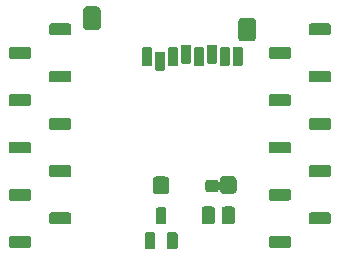
<source format=gts>
G04 #@! TF.GenerationSoftware,KiCad,Pcbnew,(5.1.5-0-10_14)*
G04 #@! TF.CreationDate,2020-04-11T19:26:15-04:00*
G04 #@! TF.ProjectId,crazyflie-usd-spi3,6372617a-7966-46c6-9965-2d7573642d73,rev?*
G04 #@! TF.SameCoordinates,Original*
G04 #@! TF.FileFunction,Soldermask,Top*
G04 #@! TF.FilePolarity,Negative*
%FSLAX46Y46*%
G04 Gerber Fmt 4.6, Leading zero omitted, Abs format (unit mm)*
G04 Created by KiCad (PCBNEW (5.1.5-0-10_14)) date 2020-04-11 19:26:15*
%MOMM*%
%LPD*%
G04 APERTURE LIST*
%ADD10C,0.100000*%
G04 APERTURE END LIST*
D10*
G36*
X149999012Y-76178959D02*
G01*
X150034112Y-76189607D01*
X150066469Y-76206902D01*
X150094826Y-76230174D01*
X150118098Y-76258531D01*
X150135393Y-76290888D01*
X150146041Y-76325988D01*
X150150000Y-76366186D01*
X150150000Y-77433814D01*
X150146041Y-77474012D01*
X150135393Y-77509112D01*
X150118098Y-77541469D01*
X150094826Y-77569826D01*
X150066469Y-77593098D01*
X150034112Y-77610393D01*
X149999012Y-77621041D01*
X149958814Y-77625000D01*
X149441186Y-77625000D01*
X149400988Y-77621041D01*
X149365888Y-77610393D01*
X149333531Y-77593098D01*
X149305174Y-77569826D01*
X149281902Y-77541469D01*
X149264607Y-77509112D01*
X149253959Y-77474012D01*
X149250000Y-77433814D01*
X149250000Y-76366186D01*
X149253959Y-76325988D01*
X149264607Y-76290888D01*
X149281902Y-76258531D01*
X149305174Y-76230174D01*
X149333531Y-76206902D01*
X149365888Y-76189607D01*
X149400988Y-76178959D01*
X149441186Y-76175000D01*
X149958814Y-76175000D01*
X149999012Y-76178959D01*
G37*
G36*
X148099012Y-76178959D02*
G01*
X148134112Y-76189607D01*
X148166469Y-76206902D01*
X148194826Y-76230174D01*
X148218098Y-76258531D01*
X148235393Y-76290888D01*
X148246041Y-76325988D01*
X148250000Y-76366186D01*
X148250000Y-77433814D01*
X148246041Y-77474012D01*
X148235393Y-77509112D01*
X148218098Y-77541469D01*
X148194826Y-77569826D01*
X148166469Y-77593098D01*
X148134112Y-77610393D01*
X148099012Y-77621041D01*
X148058814Y-77625000D01*
X147541186Y-77625000D01*
X147500988Y-77621041D01*
X147465888Y-77610393D01*
X147433531Y-77593098D01*
X147405174Y-77569826D01*
X147381902Y-77541469D01*
X147364607Y-77509112D01*
X147353959Y-77474012D01*
X147350000Y-77433814D01*
X147350000Y-76366186D01*
X147353959Y-76325988D01*
X147364607Y-76290888D01*
X147381902Y-76258531D01*
X147405174Y-76230174D01*
X147433531Y-76206902D01*
X147465888Y-76189607D01*
X147500988Y-76178959D01*
X147541186Y-76175000D01*
X148058814Y-76175000D01*
X148099012Y-76178959D01*
G37*
G36*
X159578887Y-76504439D02*
G01*
X159618680Y-76516510D01*
X159655358Y-76536115D01*
X159687503Y-76562497D01*
X159713885Y-76594642D01*
X159733490Y-76631320D01*
X159745561Y-76671113D01*
X159750000Y-76716186D01*
X159750000Y-77283814D01*
X159745561Y-77328887D01*
X159733490Y-77368680D01*
X159713885Y-77405358D01*
X159687503Y-77437503D01*
X159655358Y-77463885D01*
X159618680Y-77483490D01*
X159578887Y-77495561D01*
X159533814Y-77500000D01*
X158066186Y-77500000D01*
X158021113Y-77495561D01*
X157981320Y-77483490D01*
X157944642Y-77463885D01*
X157912497Y-77437503D01*
X157886115Y-77405358D01*
X157866510Y-77368680D01*
X157854439Y-77328887D01*
X157850000Y-77283814D01*
X157850000Y-76716186D01*
X157854439Y-76671113D01*
X157866510Y-76631320D01*
X157886115Y-76594642D01*
X157912497Y-76562497D01*
X157944642Y-76536115D01*
X157981320Y-76516510D01*
X158021113Y-76504439D01*
X158066186Y-76500000D01*
X159533814Y-76500000D01*
X159578887Y-76504439D01*
G37*
G36*
X137578887Y-76504439D02*
G01*
X137618680Y-76516510D01*
X137655358Y-76536115D01*
X137687503Y-76562497D01*
X137713885Y-76594642D01*
X137733490Y-76631320D01*
X137745561Y-76671113D01*
X137750000Y-76716186D01*
X137750000Y-77283814D01*
X137745561Y-77328887D01*
X137733490Y-77368680D01*
X137713885Y-77405358D01*
X137687503Y-77437503D01*
X137655358Y-77463885D01*
X137618680Y-77483490D01*
X137578887Y-77495561D01*
X137533814Y-77500000D01*
X136066186Y-77500000D01*
X136021113Y-77495561D01*
X135981320Y-77483490D01*
X135944642Y-77463885D01*
X135912497Y-77437503D01*
X135886115Y-77405358D01*
X135866510Y-77368680D01*
X135854439Y-77328887D01*
X135850000Y-77283814D01*
X135850000Y-76716186D01*
X135854439Y-76671113D01*
X135866510Y-76631320D01*
X135886115Y-76594642D01*
X135912497Y-76562497D01*
X135944642Y-76536115D01*
X135981320Y-76516510D01*
X136021113Y-76504439D01*
X136066186Y-76500000D01*
X137533814Y-76500000D01*
X137578887Y-76504439D01*
G37*
G36*
X149049012Y-74078959D02*
G01*
X149084112Y-74089607D01*
X149116469Y-74106902D01*
X149144826Y-74130174D01*
X149168098Y-74158531D01*
X149185393Y-74190888D01*
X149196041Y-74225988D01*
X149200000Y-74266186D01*
X149200000Y-75333814D01*
X149196041Y-75374012D01*
X149185393Y-75409112D01*
X149168098Y-75441469D01*
X149144826Y-75469826D01*
X149116469Y-75493098D01*
X149084112Y-75510393D01*
X149049012Y-75521041D01*
X149008814Y-75525000D01*
X148491186Y-75525000D01*
X148450988Y-75521041D01*
X148415888Y-75510393D01*
X148383531Y-75493098D01*
X148355174Y-75469826D01*
X148331902Y-75441469D01*
X148314607Y-75409112D01*
X148303959Y-75374012D01*
X148300000Y-75333814D01*
X148300000Y-74266186D01*
X148303959Y-74225988D01*
X148314607Y-74190888D01*
X148331902Y-74158531D01*
X148355174Y-74130174D01*
X148383531Y-74106902D01*
X148415888Y-74089607D01*
X148450988Y-74078959D01*
X148491186Y-74075000D01*
X149008814Y-74075000D01*
X149049012Y-74078959D01*
G37*
G36*
X154823700Y-74005160D02*
G01*
X154870536Y-74019367D01*
X154913689Y-74042433D01*
X154951520Y-74073480D01*
X154982567Y-74111311D01*
X155005633Y-74154464D01*
X155019840Y-74201300D01*
X155025000Y-74253686D01*
X155025000Y-75246314D01*
X155019840Y-75298700D01*
X155005633Y-75345536D01*
X154982567Y-75388689D01*
X154951520Y-75426520D01*
X154913689Y-75457567D01*
X154870536Y-75480633D01*
X154823700Y-75494840D01*
X154771314Y-75500000D01*
X154128686Y-75500000D01*
X154076300Y-75494840D01*
X154029464Y-75480633D01*
X153986311Y-75457567D01*
X153948480Y-75426520D01*
X153917433Y-75388689D01*
X153894367Y-75345536D01*
X153880160Y-75298700D01*
X153875000Y-75246314D01*
X153875000Y-74253686D01*
X153880160Y-74201300D01*
X153894367Y-74154464D01*
X153917433Y-74111311D01*
X153948480Y-74073480D01*
X153986311Y-74042433D01*
X154029464Y-74019367D01*
X154076300Y-74005160D01*
X154128686Y-74000000D01*
X154771314Y-74000000D01*
X154823700Y-74005160D01*
G37*
G36*
X153123700Y-74005160D02*
G01*
X153170536Y-74019367D01*
X153213689Y-74042433D01*
X153251520Y-74073480D01*
X153282567Y-74111311D01*
X153305633Y-74154464D01*
X153319840Y-74201300D01*
X153325000Y-74253686D01*
X153325000Y-75246314D01*
X153319840Y-75298700D01*
X153305633Y-75345536D01*
X153282567Y-75388689D01*
X153251520Y-75426520D01*
X153213689Y-75457567D01*
X153170536Y-75480633D01*
X153123700Y-75494840D01*
X153071314Y-75500000D01*
X152428686Y-75500000D01*
X152376300Y-75494840D01*
X152329464Y-75480633D01*
X152286311Y-75457567D01*
X152248480Y-75426520D01*
X152217433Y-75388689D01*
X152194367Y-75345536D01*
X152180160Y-75298700D01*
X152175000Y-75246314D01*
X152175000Y-74253686D01*
X152180160Y-74201300D01*
X152194367Y-74154464D01*
X152217433Y-74111311D01*
X152248480Y-74073480D01*
X152286311Y-74042433D01*
X152329464Y-74019367D01*
X152376300Y-74005160D01*
X152428686Y-74000000D01*
X153071314Y-74000000D01*
X153123700Y-74005160D01*
G37*
G36*
X162978887Y-74504439D02*
G01*
X163018680Y-74516510D01*
X163055358Y-74536115D01*
X163087503Y-74562497D01*
X163113885Y-74594642D01*
X163133490Y-74631320D01*
X163145561Y-74671113D01*
X163150000Y-74716186D01*
X163150000Y-75283814D01*
X163145561Y-75328887D01*
X163133490Y-75368680D01*
X163113885Y-75405358D01*
X163087503Y-75437503D01*
X163055358Y-75463885D01*
X163018680Y-75483490D01*
X162978887Y-75495561D01*
X162933814Y-75500000D01*
X161466186Y-75500000D01*
X161421113Y-75495561D01*
X161381320Y-75483490D01*
X161344642Y-75463885D01*
X161312497Y-75437503D01*
X161286115Y-75405358D01*
X161266510Y-75368680D01*
X161254439Y-75328887D01*
X161250000Y-75283814D01*
X161250000Y-74716186D01*
X161254439Y-74671113D01*
X161266510Y-74631320D01*
X161286115Y-74594642D01*
X161312497Y-74562497D01*
X161344642Y-74536115D01*
X161381320Y-74516510D01*
X161421113Y-74504439D01*
X161466186Y-74500000D01*
X162933814Y-74500000D01*
X162978887Y-74504439D01*
G37*
G36*
X140978887Y-74504439D02*
G01*
X141018680Y-74516510D01*
X141055358Y-74536115D01*
X141087503Y-74562497D01*
X141113885Y-74594642D01*
X141133490Y-74631320D01*
X141145561Y-74671113D01*
X141150000Y-74716186D01*
X141150000Y-75283814D01*
X141145561Y-75328887D01*
X141133490Y-75368680D01*
X141113885Y-75405358D01*
X141087503Y-75437503D01*
X141055358Y-75463885D01*
X141018680Y-75483490D01*
X140978887Y-75495561D01*
X140933814Y-75500000D01*
X139466186Y-75500000D01*
X139421113Y-75495561D01*
X139381320Y-75483490D01*
X139344642Y-75463885D01*
X139312497Y-75437503D01*
X139286115Y-75405358D01*
X139266510Y-75368680D01*
X139254439Y-75328887D01*
X139250000Y-75283814D01*
X139250000Y-74716186D01*
X139254439Y-74671113D01*
X139266510Y-74631320D01*
X139286115Y-74594642D01*
X139312497Y-74562497D01*
X139344642Y-74536115D01*
X139381320Y-74516510D01*
X139421113Y-74504439D01*
X139466186Y-74500000D01*
X140933814Y-74500000D01*
X140978887Y-74504439D01*
G37*
G36*
X159578887Y-72504439D02*
G01*
X159618680Y-72516510D01*
X159655358Y-72536115D01*
X159687503Y-72562497D01*
X159713885Y-72594642D01*
X159733490Y-72631320D01*
X159745561Y-72671113D01*
X159750000Y-72716186D01*
X159750000Y-73283814D01*
X159745561Y-73328887D01*
X159733490Y-73368680D01*
X159713885Y-73405358D01*
X159687503Y-73437503D01*
X159655358Y-73463885D01*
X159618680Y-73483490D01*
X159578887Y-73495561D01*
X159533814Y-73500000D01*
X158066186Y-73500000D01*
X158021113Y-73495561D01*
X157981320Y-73483490D01*
X157944642Y-73463885D01*
X157912497Y-73437503D01*
X157886115Y-73405358D01*
X157866510Y-73368680D01*
X157854439Y-73328887D01*
X157850000Y-73283814D01*
X157850000Y-72716186D01*
X157854439Y-72671113D01*
X157866510Y-72631320D01*
X157886115Y-72594642D01*
X157912497Y-72562497D01*
X157944642Y-72536115D01*
X157981320Y-72516510D01*
X158021113Y-72504439D01*
X158066186Y-72500000D01*
X159533814Y-72500000D01*
X159578887Y-72504439D01*
G37*
G36*
X137578887Y-72504439D02*
G01*
X137618680Y-72516510D01*
X137655358Y-72536115D01*
X137687503Y-72562497D01*
X137713885Y-72594642D01*
X137733490Y-72631320D01*
X137745561Y-72671113D01*
X137750000Y-72716186D01*
X137750000Y-73283814D01*
X137745561Y-73328887D01*
X137733490Y-73368680D01*
X137713885Y-73405358D01*
X137687503Y-73437503D01*
X137655358Y-73463885D01*
X137618680Y-73483490D01*
X137578887Y-73495561D01*
X137533814Y-73500000D01*
X136066186Y-73500000D01*
X136021113Y-73495561D01*
X135981320Y-73483490D01*
X135944642Y-73463885D01*
X135912497Y-73437503D01*
X135886115Y-73405358D01*
X135866510Y-73368680D01*
X135854439Y-73328887D01*
X135850000Y-73283814D01*
X135850000Y-72716186D01*
X135854439Y-72671113D01*
X135866510Y-72631320D01*
X135886115Y-72594642D01*
X135912497Y-72562497D01*
X135944642Y-72536115D01*
X135981320Y-72516510D01*
X136021113Y-72504439D01*
X136066186Y-72500000D01*
X137533814Y-72500000D01*
X137578887Y-72504439D01*
G37*
G36*
X149188393Y-71466361D02*
G01*
X149246951Y-71484124D01*
X149300914Y-71512967D01*
X149348214Y-71551786D01*
X149387033Y-71599086D01*
X149415876Y-71653049D01*
X149433639Y-71711607D01*
X149440000Y-71776187D01*
X149440000Y-72643813D01*
X149433639Y-72708393D01*
X149415876Y-72766951D01*
X149387033Y-72820914D01*
X149348214Y-72868214D01*
X149300914Y-72907033D01*
X149246951Y-72935876D01*
X149188393Y-72953639D01*
X149123813Y-72960000D01*
X148356187Y-72960000D01*
X148291607Y-72953639D01*
X148233049Y-72935876D01*
X148179086Y-72907033D01*
X148131786Y-72868214D01*
X148092967Y-72820914D01*
X148064124Y-72766951D01*
X148046361Y-72708393D01*
X148040000Y-72643813D01*
X148040000Y-71776187D01*
X148046361Y-71711607D01*
X148064124Y-71653049D01*
X148092967Y-71599086D01*
X148131786Y-71551786D01*
X148179086Y-71512967D01*
X148233049Y-71484124D01*
X148291607Y-71466361D01*
X148356187Y-71460000D01*
X149123813Y-71460000D01*
X149188393Y-71466361D01*
G37*
G36*
X154888393Y-71416361D02*
G01*
X154946951Y-71434124D01*
X155000914Y-71462967D01*
X155048214Y-71501786D01*
X155087033Y-71549086D01*
X155115876Y-71603049D01*
X155133639Y-71661607D01*
X155140000Y-71726187D01*
X155140000Y-72593813D01*
X155133639Y-72658393D01*
X155115876Y-72716951D01*
X155087033Y-72770914D01*
X155048214Y-72818214D01*
X155000914Y-72857033D01*
X154946951Y-72885876D01*
X154888393Y-72903639D01*
X154823813Y-72910000D01*
X154056187Y-72910000D01*
X153991607Y-72903639D01*
X153933049Y-72885876D01*
X153879086Y-72857033D01*
X153831786Y-72818214D01*
X153792967Y-72770914D01*
X153764124Y-72716951D01*
X153746361Y-72658393D01*
X153741497Y-72609010D01*
X153738629Y-72594590D01*
X153733002Y-72581007D01*
X153724834Y-72568782D01*
X153714438Y-72558386D01*
X153702213Y-72550218D01*
X153688630Y-72544591D01*
X153674210Y-72541723D01*
X153659508Y-72541723D01*
X153645088Y-72544591D01*
X153631505Y-72550218D01*
X153619280Y-72558386D01*
X153608884Y-72568782D01*
X153600716Y-72581007D01*
X153595090Y-72594589D01*
X153582538Y-72635965D01*
X153561780Y-72674801D01*
X153533842Y-72708842D01*
X153499801Y-72736780D01*
X153460964Y-72757539D01*
X153418828Y-72770321D01*
X153371315Y-72775000D01*
X152728685Y-72775000D01*
X152681172Y-72770321D01*
X152639036Y-72757539D01*
X152600199Y-72736780D01*
X152566158Y-72708842D01*
X152538220Y-72674801D01*
X152517461Y-72635964D01*
X152504679Y-72593828D01*
X152500000Y-72546315D01*
X152500000Y-71953685D01*
X152504679Y-71906172D01*
X152517461Y-71864036D01*
X152538220Y-71825199D01*
X152566158Y-71791158D01*
X152600199Y-71763220D01*
X152639036Y-71742461D01*
X152681172Y-71729679D01*
X152728685Y-71725000D01*
X153371315Y-71725000D01*
X153418828Y-71729679D01*
X153460964Y-71742461D01*
X153499801Y-71763220D01*
X153533842Y-71791158D01*
X153561780Y-71825199D01*
X153582536Y-71864031D01*
X153593231Y-71899287D01*
X153598858Y-71912870D01*
X153607026Y-71925095D01*
X153617422Y-71935491D01*
X153629647Y-71943659D01*
X153643230Y-71949286D01*
X153657650Y-71952154D01*
X153672352Y-71952154D01*
X153686772Y-71949286D01*
X153700355Y-71943659D01*
X153712580Y-71935491D01*
X153722976Y-71925095D01*
X153731144Y-71912870D01*
X153736771Y-71899287D01*
X153740000Y-71877516D01*
X153740000Y-71726187D01*
X153746361Y-71661607D01*
X153764124Y-71603049D01*
X153792967Y-71549086D01*
X153831786Y-71501786D01*
X153879086Y-71462967D01*
X153933049Y-71434124D01*
X153991607Y-71416361D01*
X154056187Y-71410000D01*
X154823813Y-71410000D01*
X154888393Y-71416361D01*
G37*
G36*
X162978887Y-70504439D02*
G01*
X163018680Y-70516510D01*
X163055358Y-70536115D01*
X163087503Y-70562497D01*
X163113885Y-70594642D01*
X163133490Y-70631320D01*
X163145561Y-70671113D01*
X163150000Y-70716186D01*
X163150000Y-71283814D01*
X163145561Y-71328887D01*
X163133490Y-71368680D01*
X163113885Y-71405358D01*
X163087503Y-71437503D01*
X163055358Y-71463885D01*
X163018680Y-71483490D01*
X162978887Y-71495561D01*
X162933814Y-71500000D01*
X161466186Y-71500000D01*
X161421113Y-71495561D01*
X161381320Y-71483490D01*
X161344642Y-71463885D01*
X161312497Y-71437503D01*
X161286115Y-71405358D01*
X161266510Y-71368680D01*
X161254439Y-71328887D01*
X161250000Y-71283814D01*
X161250000Y-70716186D01*
X161254439Y-70671113D01*
X161266510Y-70631320D01*
X161286115Y-70594642D01*
X161312497Y-70562497D01*
X161344642Y-70536115D01*
X161381320Y-70516510D01*
X161421113Y-70504439D01*
X161466186Y-70500000D01*
X162933814Y-70500000D01*
X162978887Y-70504439D01*
G37*
G36*
X140978887Y-70504439D02*
G01*
X141018680Y-70516510D01*
X141055358Y-70536115D01*
X141087503Y-70562497D01*
X141113885Y-70594642D01*
X141133490Y-70631320D01*
X141145561Y-70671113D01*
X141150000Y-70716186D01*
X141150000Y-71283814D01*
X141145561Y-71328887D01*
X141133490Y-71368680D01*
X141113885Y-71405358D01*
X141087503Y-71437503D01*
X141055358Y-71463885D01*
X141018680Y-71483490D01*
X140978887Y-71495561D01*
X140933814Y-71500000D01*
X139466186Y-71500000D01*
X139421113Y-71495561D01*
X139381320Y-71483490D01*
X139344642Y-71463885D01*
X139312497Y-71437503D01*
X139286115Y-71405358D01*
X139266510Y-71368680D01*
X139254439Y-71328887D01*
X139250000Y-71283814D01*
X139250000Y-70716186D01*
X139254439Y-70671113D01*
X139266510Y-70631320D01*
X139286115Y-70594642D01*
X139312497Y-70562497D01*
X139344642Y-70536115D01*
X139381320Y-70516510D01*
X139421113Y-70504439D01*
X139466186Y-70500000D01*
X140933814Y-70500000D01*
X140978887Y-70504439D01*
G37*
G36*
X159578887Y-68504439D02*
G01*
X159618680Y-68516510D01*
X159655358Y-68536115D01*
X159687503Y-68562497D01*
X159713885Y-68594642D01*
X159733490Y-68631320D01*
X159745561Y-68671113D01*
X159750000Y-68716186D01*
X159750000Y-69283814D01*
X159745561Y-69328887D01*
X159733490Y-69368680D01*
X159713885Y-69405358D01*
X159687503Y-69437503D01*
X159655358Y-69463885D01*
X159618680Y-69483490D01*
X159578887Y-69495561D01*
X159533814Y-69500000D01*
X158066186Y-69500000D01*
X158021113Y-69495561D01*
X157981320Y-69483490D01*
X157944642Y-69463885D01*
X157912497Y-69437503D01*
X157886115Y-69405358D01*
X157866510Y-69368680D01*
X157854439Y-69328887D01*
X157850000Y-69283814D01*
X157850000Y-68716186D01*
X157854439Y-68671113D01*
X157866510Y-68631320D01*
X157886115Y-68594642D01*
X157912497Y-68562497D01*
X157944642Y-68536115D01*
X157981320Y-68516510D01*
X158021113Y-68504439D01*
X158066186Y-68500000D01*
X159533814Y-68500000D01*
X159578887Y-68504439D01*
G37*
G36*
X137578887Y-68504439D02*
G01*
X137618680Y-68516510D01*
X137655358Y-68536115D01*
X137687503Y-68562497D01*
X137713885Y-68594642D01*
X137733490Y-68631320D01*
X137745561Y-68671113D01*
X137750000Y-68716186D01*
X137750000Y-69283814D01*
X137745561Y-69328887D01*
X137733490Y-69368680D01*
X137713885Y-69405358D01*
X137687503Y-69437503D01*
X137655358Y-69463885D01*
X137618680Y-69483490D01*
X137578887Y-69495561D01*
X137533814Y-69500000D01*
X136066186Y-69500000D01*
X136021113Y-69495561D01*
X135981320Y-69483490D01*
X135944642Y-69463885D01*
X135912497Y-69437503D01*
X135886115Y-69405358D01*
X135866510Y-69368680D01*
X135854439Y-69328887D01*
X135850000Y-69283814D01*
X135850000Y-68716186D01*
X135854439Y-68671113D01*
X135866510Y-68631320D01*
X135886115Y-68594642D01*
X135912497Y-68562497D01*
X135944642Y-68536115D01*
X135981320Y-68516510D01*
X136021113Y-68504439D01*
X136066186Y-68500000D01*
X137533814Y-68500000D01*
X137578887Y-68504439D01*
G37*
G36*
X162978887Y-66504439D02*
G01*
X163018680Y-66516510D01*
X163055358Y-66536115D01*
X163087503Y-66562497D01*
X163113885Y-66594642D01*
X163133490Y-66631320D01*
X163145561Y-66671113D01*
X163150000Y-66716186D01*
X163150000Y-67283814D01*
X163145561Y-67328887D01*
X163133490Y-67368680D01*
X163113885Y-67405358D01*
X163087503Y-67437503D01*
X163055358Y-67463885D01*
X163018680Y-67483490D01*
X162978887Y-67495561D01*
X162933814Y-67500000D01*
X161466186Y-67500000D01*
X161421113Y-67495561D01*
X161381320Y-67483490D01*
X161344642Y-67463885D01*
X161312497Y-67437503D01*
X161286115Y-67405358D01*
X161266510Y-67368680D01*
X161254439Y-67328887D01*
X161250000Y-67283814D01*
X161250000Y-66716186D01*
X161254439Y-66671113D01*
X161266510Y-66631320D01*
X161286115Y-66594642D01*
X161312497Y-66562497D01*
X161344642Y-66536115D01*
X161381320Y-66516510D01*
X161421113Y-66504439D01*
X161466186Y-66500000D01*
X162933814Y-66500000D01*
X162978887Y-66504439D01*
G37*
G36*
X140978887Y-66504439D02*
G01*
X141018680Y-66516510D01*
X141055358Y-66536115D01*
X141087503Y-66562497D01*
X141113885Y-66594642D01*
X141133490Y-66631320D01*
X141145561Y-66671113D01*
X141150000Y-66716186D01*
X141150000Y-67283814D01*
X141145561Y-67328887D01*
X141133490Y-67368680D01*
X141113885Y-67405358D01*
X141087503Y-67437503D01*
X141055358Y-67463885D01*
X141018680Y-67483490D01*
X140978887Y-67495561D01*
X140933814Y-67500000D01*
X139466186Y-67500000D01*
X139421113Y-67495561D01*
X139381320Y-67483490D01*
X139344642Y-67463885D01*
X139312497Y-67437503D01*
X139286115Y-67405358D01*
X139266510Y-67368680D01*
X139254439Y-67328887D01*
X139250000Y-67283814D01*
X139250000Y-66716186D01*
X139254439Y-66671113D01*
X139266510Y-66631320D01*
X139286115Y-66594642D01*
X139312497Y-66562497D01*
X139344642Y-66536115D01*
X139381320Y-66516510D01*
X139421113Y-66504439D01*
X139466186Y-66500000D01*
X140933814Y-66500000D01*
X140978887Y-66504439D01*
G37*
G36*
X159578887Y-64504439D02*
G01*
X159618680Y-64516510D01*
X159655358Y-64536115D01*
X159687503Y-64562497D01*
X159713885Y-64594642D01*
X159733490Y-64631320D01*
X159745561Y-64671113D01*
X159750000Y-64716186D01*
X159750000Y-65283814D01*
X159745561Y-65328887D01*
X159733490Y-65368680D01*
X159713885Y-65405358D01*
X159687503Y-65437503D01*
X159655358Y-65463885D01*
X159618680Y-65483490D01*
X159578887Y-65495561D01*
X159533814Y-65500000D01*
X158066186Y-65500000D01*
X158021113Y-65495561D01*
X157981320Y-65483490D01*
X157944642Y-65463885D01*
X157912497Y-65437503D01*
X157886115Y-65405358D01*
X157866510Y-65368680D01*
X157854439Y-65328887D01*
X157850000Y-65283814D01*
X157850000Y-64716186D01*
X157854439Y-64671113D01*
X157866510Y-64631320D01*
X157886115Y-64594642D01*
X157912497Y-64562497D01*
X157944642Y-64536115D01*
X157981320Y-64516510D01*
X158021113Y-64504439D01*
X158066186Y-64500000D01*
X159533814Y-64500000D01*
X159578887Y-64504439D01*
G37*
G36*
X137578887Y-64504439D02*
G01*
X137618680Y-64516510D01*
X137655358Y-64536115D01*
X137687503Y-64562497D01*
X137713885Y-64594642D01*
X137733490Y-64631320D01*
X137745561Y-64671113D01*
X137750000Y-64716186D01*
X137750000Y-65283814D01*
X137745561Y-65328887D01*
X137733490Y-65368680D01*
X137713885Y-65405358D01*
X137687503Y-65437503D01*
X137655358Y-65463885D01*
X137618680Y-65483490D01*
X137578887Y-65495561D01*
X137533814Y-65500000D01*
X136066186Y-65500000D01*
X136021113Y-65495561D01*
X135981320Y-65483490D01*
X135944642Y-65463885D01*
X135912497Y-65437503D01*
X135886115Y-65405358D01*
X135866510Y-65368680D01*
X135854439Y-65328887D01*
X135850000Y-65283814D01*
X135850000Y-64716186D01*
X135854439Y-64671113D01*
X135866510Y-64631320D01*
X135886115Y-64594642D01*
X135912497Y-64562497D01*
X135944642Y-64536115D01*
X135981320Y-64516510D01*
X136021113Y-64504439D01*
X136066186Y-64500000D01*
X137533814Y-64500000D01*
X137578887Y-64504439D01*
G37*
G36*
X162978887Y-62504439D02*
G01*
X163018680Y-62516510D01*
X163055358Y-62536115D01*
X163087503Y-62562497D01*
X163113885Y-62594642D01*
X163133490Y-62631320D01*
X163145561Y-62671113D01*
X163150000Y-62716186D01*
X163150000Y-63283814D01*
X163145561Y-63328887D01*
X163133490Y-63368680D01*
X163113885Y-63405358D01*
X163087503Y-63437503D01*
X163055358Y-63463885D01*
X163018680Y-63483490D01*
X162978887Y-63495561D01*
X162933814Y-63500000D01*
X161466186Y-63500000D01*
X161421113Y-63495561D01*
X161381320Y-63483490D01*
X161344642Y-63463885D01*
X161312497Y-63437503D01*
X161286115Y-63405358D01*
X161266510Y-63368680D01*
X161254439Y-63328887D01*
X161250000Y-63283814D01*
X161250000Y-62716186D01*
X161254439Y-62671113D01*
X161266510Y-62631320D01*
X161286115Y-62594642D01*
X161312497Y-62562497D01*
X161344642Y-62536115D01*
X161381320Y-62516510D01*
X161421113Y-62504439D01*
X161466186Y-62500000D01*
X162933814Y-62500000D01*
X162978887Y-62504439D01*
G37*
G36*
X140978887Y-62504439D02*
G01*
X141018680Y-62516510D01*
X141055358Y-62536115D01*
X141087503Y-62562497D01*
X141113885Y-62594642D01*
X141133490Y-62631320D01*
X141145561Y-62671113D01*
X141150000Y-62716186D01*
X141150000Y-63283814D01*
X141145561Y-63328887D01*
X141133490Y-63368680D01*
X141113885Y-63405358D01*
X141087503Y-63437503D01*
X141055358Y-63463885D01*
X141018680Y-63483490D01*
X140978887Y-63495561D01*
X140933814Y-63500000D01*
X139466186Y-63500000D01*
X139421113Y-63495561D01*
X139381320Y-63483490D01*
X139344642Y-63463885D01*
X139312497Y-63437503D01*
X139286115Y-63405358D01*
X139266510Y-63368680D01*
X139254439Y-63328887D01*
X139250000Y-63283814D01*
X139250000Y-62716186D01*
X139254439Y-62671113D01*
X139266510Y-62631320D01*
X139286115Y-62594642D01*
X139312497Y-62562497D01*
X139344642Y-62536115D01*
X139381320Y-62516510D01*
X139421113Y-62504439D01*
X139466186Y-62500000D01*
X140933814Y-62500000D01*
X140978887Y-62504439D01*
G37*
G36*
X148949012Y-60903959D02*
G01*
X148984112Y-60914607D01*
X149016469Y-60931902D01*
X149044826Y-60955174D01*
X149068098Y-60983531D01*
X149085393Y-61015888D01*
X149096041Y-61050988D01*
X149100000Y-61091186D01*
X149100000Y-62308814D01*
X149096041Y-62349012D01*
X149085393Y-62384112D01*
X149068098Y-62416469D01*
X149044826Y-62444826D01*
X149016469Y-62468098D01*
X148984112Y-62485393D01*
X148949012Y-62496041D01*
X148908814Y-62500000D01*
X148391186Y-62500000D01*
X148350988Y-62496041D01*
X148315888Y-62485393D01*
X148283531Y-62468098D01*
X148255174Y-62444826D01*
X148231902Y-62416469D01*
X148214607Y-62384112D01*
X148203959Y-62349012D01*
X148200000Y-62308814D01*
X148200000Y-61091186D01*
X148203959Y-61050988D01*
X148214607Y-61015888D01*
X148231902Y-60983531D01*
X148255174Y-60955174D01*
X148283531Y-60931902D01*
X148315888Y-60914607D01*
X148350988Y-60903959D01*
X148391186Y-60900000D01*
X148908814Y-60900000D01*
X148949012Y-60903959D01*
G37*
G36*
X155549012Y-60503959D02*
G01*
X155584112Y-60514607D01*
X155616469Y-60531902D01*
X155644826Y-60555174D01*
X155668098Y-60583531D01*
X155685393Y-60615888D01*
X155696041Y-60650988D01*
X155700000Y-60691186D01*
X155700000Y-61908814D01*
X155696041Y-61949012D01*
X155685393Y-61984112D01*
X155668098Y-62016469D01*
X155644826Y-62044826D01*
X155616469Y-62068098D01*
X155584112Y-62085393D01*
X155549012Y-62096041D01*
X155508814Y-62100000D01*
X154991186Y-62100000D01*
X154950988Y-62096041D01*
X154915888Y-62085393D01*
X154883531Y-62068098D01*
X154855174Y-62044826D01*
X154831902Y-62016469D01*
X154814607Y-61984112D01*
X154803959Y-61949012D01*
X154800000Y-61908814D01*
X154800000Y-60691186D01*
X154803959Y-60650988D01*
X154814607Y-60615888D01*
X154831902Y-60583531D01*
X154855174Y-60555174D01*
X154883531Y-60531902D01*
X154915888Y-60514607D01*
X154950988Y-60503959D01*
X154991186Y-60500000D01*
X155508814Y-60500000D01*
X155549012Y-60503959D01*
G37*
G36*
X154449012Y-60503959D02*
G01*
X154484112Y-60514607D01*
X154516469Y-60531902D01*
X154544826Y-60555174D01*
X154568098Y-60583531D01*
X154585393Y-60615888D01*
X154596041Y-60650988D01*
X154600000Y-60691186D01*
X154600000Y-61908814D01*
X154596041Y-61949012D01*
X154585393Y-61984112D01*
X154568098Y-62016469D01*
X154544826Y-62044826D01*
X154516469Y-62068098D01*
X154484112Y-62085393D01*
X154449012Y-62096041D01*
X154408814Y-62100000D01*
X153891186Y-62100000D01*
X153850988Y-62096041D01*
X153815888Y-62085393D01*
X153783531Y-62068098D01*
X153755174Y-62044826D01*
X153731902Y-62016469D01*
X153714607Y-61984112D01*
X153703959Y-61949012D01*
X153700000Y-61908814D01*
X153700000Y-60691186D01*
X153703959Y-60650988D01*
X153714607Y-60615888D01*
X153731902Y-60583531D01*
X153755174Y-60555174D01*
X153783531Y-60531902D01*
X153815888Y-60514607D01*
X153850988Y-60503959D01*
X153891186Y-60500000D01*
X154408814Y-60500000D01*
X154449012Y-60503959D01*
G37*
G36*
X152249012Y-60503959D02*
G01*
X152284112Y-60514607D01*
X152316469Y-60531902D01*
X152344826Y-60555174D01*
X152368098Y-60583531D01*
X152385393Y-60615888D01*
X152396041Y-60650988D01*
X152400000Y-60691186D01*
X152400000Y-61908814D01*
X152396041Y-61949012D01*
X152385393Y-61984112D01*
X152368098Y-62016469D01*
X152344826Y-62044826D01*
X152316469Y-62068098D01*
X152284112Y-62085393D01*
X152249012Y-62096041D01*
X152208814Y-62100000D01*
X151691186Y-62100000D01*
X151650988Y-62096041D01*
X151615888Y-62085393D01*
X151583531Y-62068098D01*
X151555174Y-62044826D01*
X151531902Y-62016469D01*
X151514607Y-61984112D01*
X151503959Y-61949012D01*
X151500000Y-61908814D01*
X151500000Y-60691186D01*
X151503959Y-60650988D01*
X151514607Y-60615888D01*
X151531902Y-60583531D01*
X151555174Y-60555174D01*
X151583531Y-60531902D01*
X151615888Y-60514607D01*
X151650988Y-60503959D01*
X151691186Y-60500000D01*
X152208814Y-60500000D01*
X152249012Y-60503959D01*
G37*
G36*
X150049012Y-60503959D02*
G01*
X150084112Y-60514607D01*
X150116469Y-60531902D01*
X150144826Y-60555174D01*
X150168098Y-60583531D01*
X150185393Y-60615888D01*
X150196041Y-60650988D01*
X150200000Y-60691186D01*
X150200000Y-61908814D01*
X150196041Y-61949012D01*
X150185393Y-61984112D01*
X150168098Y-62016469D01*
X150144826Y-62044826D01*
X150116469Y-62068098D01*
X150084112Y-62085393D01*
X150049012Y-62096041D01*
X150008814Y-62100000D01*
X149491186Y-62100000D01*
X149450988Y-62096041D01*
X149415888Y-62085393D01*
X149383531Y-62068098D01*
X149355174Y-62044826D01*
X149331902Y-62016469D01*
X149314607Y-61984112D01*
X149303959Y-61949012D01*
X149300000Y-61908814D01*
X149300000Y-60691186D01*
X149303959Y-60650988D01*
X149314607Y-60615888D01*
X149331902Y-60583531D01*
X149355174Y-60555174D01*
X149383531Y-60531902D01*
X149415888Y-60514607D01*
X149450988Y-60503959D01*
X149491186Y-60500000D01*
X150008814Y-60500000D01*
X150049012Y-60503959D01*
G37*
G36*
X147849012Y-60503959D02*
G01*
X147884112Y-60514607D01*
X147916469Y-60531902D01*
X147944826Y-60555174D01*
X147968098Y-60583531D01*
X147985393Y-60615888D01*
X147996041Y-60650988D01*
X148000000Y-60691186D01*
X148000000Y-61908814D01*
X147996041Y-61949012D01*
X147985393Y-61984112D01*
X147968098Y-62016469D01*
X147944826Y-62044826D01*
X147916469Y-62068098D01*
X147884112Y-62085393D01*
X147849012Y-62096041D01*
X147808814Y-62100000D01*
X147291186Y-62100000D01*
X147250988Y-62096041D01*
X147215888Y-62085393D01*
X147183531Y-62068098D01*
X147155174Y-62044826D01*
X147131902Y-62016469D01*
X147114607Y-61984112D01*
X147103959Y-61949012D01*
X147100000Y-61908814D01*
X147100000Y-60691186D01*
X147103959Y-60650988D01*
X147114607Y-60615888D01*
X147131902Y-60583531D01*
X147155174Y-60555174D01*
X147183531Y-60531902D01*
X147215888Y-60514607D01*
X147250988Y-60503959D01*
X147291186Y-60500000D01*
X147808814Y-60500000D01*
X147849012Y-60503959D01*
G37*
G36*
X153349012Y-60303959D02*
G01*
X153384112Y-60314607D01*
X153416469Y-60331902D01*
X153444826Y-60355174D01*
X153468098Y-60383531D01*
X153485393Y-60415888D01*
X153496041Y-60450988D01*
X153500000Y-60491186D01*
X153500000Y-61708814D01*
X153496041Y-61749012D01*
X153485393Y-61784112D01*
X153468098Y-61816469D01*
X153444826Y-61844826D01*
X153416469Y-61868098D01*
X153384112Y-61885393D01*
X153349012Y-61896041D01*
X153308814Y-61900000D01*
X152791186Y-61900000D01*
X152750988Y-61896041D01*
X152715888Y-61885393D01*
X152683531Y-61868098D01*
X152655174Y-61844826D01*
X152631902Y-61816469D01*
X152614607Y-61784112D01*
X152603959Y-61749012D01*
X152600000Y-61708814D01*
X152600000Y-60491186D01*
X152603959Y-60450988D01*
X152614607Y-60415888D01*
X152631902Y-60383531D01*
X152655174Y-60355174D01*
X152683531Y-60331902D01*
X152715888Y-60314607D01*
X152750988Y-60303959D01*
X152791186Y-60300000D01*
X153308814Y-60300000D01*
X153349012Y-60303959D01*
G37*
G36*
X151149012Y-60303959D02*
G01*
X151184112Y-60314607D01*
X151216469Y-60331902D01*
X151244826Y-60355174D01*
X151268098Y-60383531D01*
X151285393Y-60415888D01*
X151296041Y-60450988D01*
X151300000Y-60491186D01*
X151300000Y-61708814D01*
X151296041Y-61749012D01*
X151285393Y-61784112D01*
X151268098Y-61816469D01*
X151244826Y-61844826D01*
X151216469Y-61868098D01*
X151184112Y-61885393D01*
X151149012Y-61896041D01*
X151108814Y-61900000D01*
X150591186Y-61900000D01*
X150550988Y-61896041D01*
X150515888Y-61885393D01*
X150483531Y-61868098D01*
X150455174Y-61844826D01*
X150431902Y-61816469D01*
X150414607Y-61784112D01*
X150403959Y-61749012D01*
X150400000Y-61708814D01*
X150400000Y-60491186D01*
X150403959Y-60450988D01*
X150414607Y-60415888D01*
X150431902Y-60383531D01*
X150455174Y-60355174D01*
X150483531Y-60331902D01*
X150515888Y-60314607D01*
X150550988Y-60303959D01*
X150591186Y-60300000D01*
X151108814Y-60300000D01*
X151149012Y-60303959D01*
G37*
G36*
X159578887Y-60504439D02*
G01*
X159618680Y-60516510D01*
X159655358Y-60536115D01*
X159687503Y-60562497D01*
X159713885Y-60594642D01*
X159733490Y-60631320D01*
X159745561Y-60671113D01*
X159750000Y-60716186D01*
X159750000Y-61283814D01*
X159745561Y-61328887D01*
X159733490Y-61368680D01*
X159713885Y-61405358D01*
X159687503Y-61437503D01*
X159655358Y-61463885D01*
X159618680Y-61483490D01*
X159578887Y-61495561D01*
X159533814Y-61500000D01*
X158066186Y-61500000D01*
X158021113Y-61495561D01*
X157981320Y-61483490D01*
X157944642Y-61463885D01*
X157912497Y-61437503D01*
X157886115Y-61405358D01*
X157866510Y-61368680D01*
X157854439Y-61328887D01*
X157850000Y-61283814D01*
X157850000Y-60716186D01*
X157854439Y-60671113D01*
X157866510Y-60631320D01*
X157886115Y-60594642D01*
X157912497Y-60562497D01*
X157944642Y-60536115D01*
X157981320Y-60516510D01*
X158021113Y-60504439D01*
X158066186Y-60500000D01*
X159533814Y-60500000D01*
X159578887Y-60504439D01*
G37*
G36*
X137578887Y-60504439D02*
G01*
X137618680Y-60516510D01*
X137655358Y-60536115D01*
X137687503Y-60562497D01*
X137713885Y-60594642D01*
X137733490Y-60631320D01*
X137745561Y-60671113D01*
X137750000Y-60716186D01*
X137750000Y-61283814D01*
X137745561Y-61328887D01*
X137733490Y-61368680D01*
X137713885Y-61405358D01*
X137687503Y-61437503D01*
X137655358Y-61463885D01*
X137618680Y-61483490D01*
X137578887Y-61495561D01*
X137533814Y-61500000D01*
X136066186Y-61500000D01*
X136021113Y-61495561D01*
X135981320Y-61483490D01*
X135944642Y-61463885D01*
X135912497Y-61437503D01*
X135886115Y-61405358D01*
X135866510Y-61368680D01*
X135854439Y-61328887D01*
X135850000Y-61283814D01*
X135850000Y-60716186D01*
X135854439Y-60671113D01*
X135866510Y-60631320D01*
X135886115Y-60594642D01*
X135912497Y-60562497D01*
X135944642Y-60536115D01*
X135981320Y-60516510D01*
X136021113Y-60504439D01*
X136066186Y-60500000D01*
X137533814Y-60500000D01*
X137578887Y-60504439D01*
G37*
G36*
X156518276Y-58016841D02*
G01*
X156581514Y-58036025D01*
X156639806Y-58067183D01*
X156690892Y-58109108D01*
X156732817Y-58160194D01*
X156763975Y-58218486D01*
X156783159Y-58281724D01*
X156790000Y-58351186D01*
X156790000Y-59668814D01*
X156783159Y-59738276D01*
X156763975Y-59801514D01*
X156732817Y-59859806D01*
X156690892Y-59910892D01*
X156639806Y-59952817D01*
X156581514Y-59983975D01*
X156518276Y-60003159D01*
X156448814Y-60010000D01*
X155631186Y-60010000D01*
X155561724Y-60003159D01*
X155498486Y-59983975D01*
X155440194Y-59952817D01*
X155389108Y-59910892D01*
X155347183Y-59859806D01*
X155316025Y-59801514D01*
X155296841Y-59738276D01*
X155290000Y-59668814D01*
X155290000Y-58351186D01*
X155296841Y-58281724D01*
X155316025Y-58218486D01*
X155347183Y-58160194D01*
X155389108Y-58109108D01*
X155440194Y-58067183D01*
X155498486Y-58036025D01*
X155561724Y-58016841D01*
X155631186Y-58010000D01*
X156448814Y-58010000D01*
X156518276Y-58016841D01*
G37*
G36*
X162978887Y-58504439D02*
G01*
X163018680Y-58516510D01*
X163055358Y-58536115D01*
X163087503Y-58562497D01*
X163113885Y-58594642D01*
X163133490Y-58631320D01*
X163145561Y-58671113D01*
X163150000Y-58716186D01*
X163150000Y-59283814D01*
X163145561Y-59328887D01*
X163133490Y-59368680D01*
X163113885Y-59405358D01*
X163087503Y-59437503D01*
X163055358Y-59463885D01*
X163018680Y-59483490D01*
X162978887Y-59495561D01*
X162933814Y-59500000D01*
X161466186Y-59500000D01*
X161421113Y-59495561D01*
X161381320Y-59483490D01*
X161344642Y-59463885D01*
X161312497Y-59437503D01*
X161286115Y-59405358D01*
X161266510Y-59368680D01*
X161254439Y-59328887D01*
X161250000Y-59283814D01*
X161250000Y-58716186D01*
X161254439Y-58671113D01*
X161266510Y-58631320D01*
X161286115Y-58594642D01*
X161312497Y-58562497D01*
X161344642Y-58536115D01*
X161381320Y-58516510D01*
X161421113Y-58504439D01*
X161466186Y-58500000D01*
X162933814Y-58500000D01*
X162978887Y-58504439D01*
G37*
G36*
X140978887Y-58504439D02*
G01*
X141018680Y-58516510D01*
X141055358Y-58536115D01*
X141087503Y-58562497D01*
X141113885Y-58594642D01*
X141133490Y-58631320D01*
X141145561Y-58671113D01*
X141150000Y-58716186D01*
X141150000Y-59283814D01*
X141145561Y-59328887D01*
X141133490Y-59368680D01*
X141113885Y-59405358D01*
X141087503Y-59437503D01*
X141055358Y-59463885D01*
X141018680Y-59483490D01*
X140978887Y-59495561D01*
X140933814Y-59500000D01*
X139466186Y-59500000D01*
X139421113Y-59495561D01*
X139381320Y-59483490D01*
X139344642Y-59463885D01*
X139312497Y-59437503D01*
X139286115Y-59405358D01*
X139266510Y-59368680D01*
X139254439Y-59328887D01*
X139250000Y-59283814D01*
X139250000Y-58716186D01*
X139254439Y-58671113D01*
X139266510Y-58631320D01*
X139286115Y-58594642D01*
X139312497Y-58562497D01*
X139344642Y-58536115D01*
X139381320Y-58516510D01*
X139421113Y-58504439D01*
X139466186Y-58500000D01*
X140933814Y-58500000D01*
X140978887Y-58504439D01*
G37*
G36*
X143368276Y-57066841D02*
G01*
X143431514Y-57086025D01*
X143489806Y-57117183D01*
X143540892Y-57159108D01*
X143582817Y-57210194D01*
X143613975Y-57268486D01*
X143633159Y-57331724D01*
X143640000Y-57401186D01*
X143640000Y-58718814D01*
X143633159Y-58788276D01*
X143613975Y-58851514D01*
X143582817Y-58909806D01*
X143540892Y-58960892D01*
X143489806Y-59002817D01*
X143431514Y-59033975D01*
X143368276Y-59053159D01*
X143298814Y-59060000D01*
X142481186Y-59060000D01*
X142411724Y-59053159D01*
X142348486Y-59033975D01*
X142290194Y-59002817D01*
X142239108Y-58960892D01*
X142197183Y-58909806D01*
X142166025Y-58851514D01*
X142146841Y-58788276D01*
X142140000Y-58718814D01*
X142140000Y-57401186D01*
X142146841Y-57331724D01*
X142166025Y-57268486D01*
X142197183Y-57210194D01*
X142239108Y-57159108D01*
X142290194Y-57117183D01*
X142348486Y-57086025D01*
X142411724Y-57066841D01*
X142481186Y-57060000D01*
X143298814Y-57060000D01*
X143368276Y-57066841D01*
G37*
M02*

</source>
